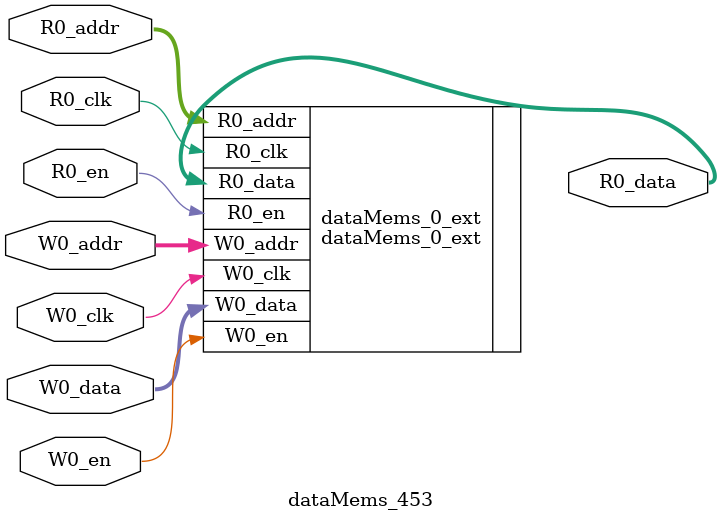
<source format=sv>
`ifndef RANDOMIZE
  `ifdef RANDOMIZE_REG_INIT
    `define RANDOMIZE
  `endif // RANDOMIZE_REG_INIT
`endif // not def RANDOMIZE
`ifndef RANDOMIZE
  `ifdef RANDOMIZE_MEM_INIT
    `define RANDOMIZE
  `endif // RANDOMIZE_MEM_INIT
`endif // not def RANDOMIZE

`ifndef RANDOM
  `define RANDOM $random
`endif // not def RANDOM

// Users can define 'PRINTF_COND' to add an extra gate to prints.
`ifndef PRINTF_COND_
  `ifdef PRINTF_COND
    `define PRINTF_COND_ (`PRINTF_COND)
  `else  // PRINTF_COND
    `define PRINTF_COND_ 1
  `endif // PRINTF_COND
`endif // not def PRINTF_COND_

// Users can define 'ASSERT_VERBOSE_COND' to add an extra gate to assert error printing.
`ifndef ASSERT_VERBOSE_COND_
  `ifdef ASSERT_VERBOSE_COND
    `define ASSERT_VERBOSE_COND_ (`ASSERT_VERBOSE_COND)
  `else  // ASSERT_VERBOSE_COND
    `define ASSERT_VERBOSE_COND_ 1
  `endif // ASSERT_VERBOSE_COND
`endif // not def ASSERT_VERBOSE_COND_

// Users can define 'STOP_COND' to add an extra gate to stop conditions.
`ifndef STOP_COND_
  `ifdef STOP_COND
    `define STOP_COND_ (`STOP_COND)
  `else  // STOP_COND
    `define STOP_COND_ 1
  `endif // STOP_COND
`endif // not def STOP_COND_

// Users can define INIT_RANDOM as general code that gets injected into the
// initializer block for modules with registers.
`ifndef INIT_RANDOM
  `define INIT_RANDOM
`endif // not def INIT_RANDOM

// If using random initialization, you can also define RANDOMIZE_DELAY to
// customize the delay used, otherwise 0.002 is used.
`ifndef RANDOMIZE_DELAY
  `define RANDOMIZE_DELAY 0.002
`endif // not def RANDOMIZE_DELAY

// Define INIT_RANDOM_PROLOG_ for use in our modules below.
`ifndef INIT_RANDOM_PROLOG_
  `ifdef RANDOMIZE
    `ifdef VERILATOR
      `define INIT_RANDOM_PROLOG_ `INIT_RANDOM
    `else  // VERILATOR
      `define INIT_RANDOM_PROLOG_ `INIT_RANDOM #`RANDOMIZE_DELAY begin end
    `endif // VERILATOR
  `else  // RANDOMIZE
    `define INIT_RANDOM_PROLOG_
  `endif // RANDOMIZE
`endif // not def INIT_RANDOM_PROLOG_

// Include register initializers in init blocks unless synthesis is set
`ifndef SYNTHESIS
  `ifndef ENABLE_INITIAL_REG_
    `define ENABLE_INITIAL_REG_
  `endif // not def ENABLE_INITIAL_REG_
`endif // not def SYNTHESIS

// Include rmemory initializers in init blocks unless synthesis is set
`ifndef SYNTHESIS
  `ifndef ENABLE_INITIAL_MEM_
    `define ENABLE_INITIAL_MEM_
  `endif // not def ENABLE_INITIAL_MEM_
`endif // not def SYNTHESIS

module dataMems_453(	// @[generators/ara/src/main/scala/UnsafeAXI4ToTL.scala:365:62]
  input  [4:0]  R0_addr,
  input         R0_en,
  input         R0_clk,
  output [66:0] R0_data,
  input  [4:0]  W0_addr,
  input         W0_en,
  input         W0_clk,
  input  [66:0] W0_data
);

  dataMems_0_ext dataMems_0_ext (	// @[generators/ara/src/main/scala/UnsafeAXI4ToTL.scala:365:62]
    .R0_addr (R0_addr),
    .R0_en   (R0_en),
    .R0_clk  (R0_clk),
    .R0_data (R0_data),
    .W0_addr (W0_addr),
    .W0_en   (W0_en),
    .W0_clk  (W0_clk),
    .W0_data (W0_data)
  );
endmodule


</source>
